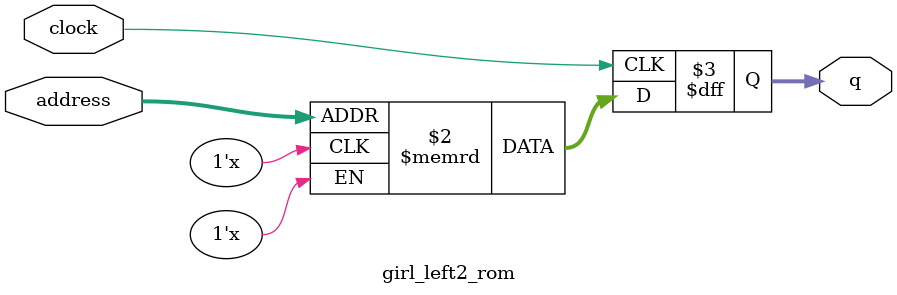
<source format=sv>
module girl_left2_rom (
	input logic clock,
	input logic [9:0] address,
	output logic [3:0] q
);

logic [3:0] memory [0:799] /* synthesis ram_init_file = "./girl_left2/girl_left2.COE" */;

always_ff @ (posedge clock) begin
	q <= memory[address];
end

endmodule

</source>
